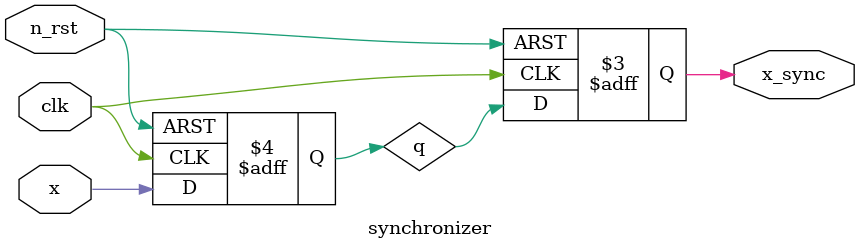
<source format=sv>
module synchronizer
(
    input logic x,
    input logic clk,
    input logic n_rst,
    output logic x_sync
);
    logic q;
    always_ff @(posedge clk, negedge n_rst) begin
        if(n_rst == 1'b0) begin
            q <= 1'b0;
            x_sync <= 1'b0;
        end else begin
            q <= x;
            x_sync <= q;
        end
    end
endmodule
</source>
